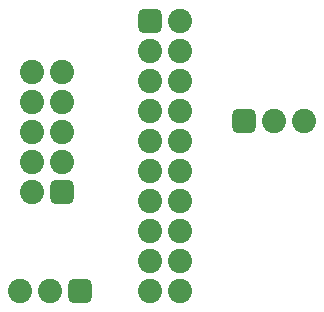
<source format=gbs>
G04*
G04 #@! TF.GenerationSoftware,Altium Limited,Altium Designer,19.0.15 (446)*
G04*
G04 Layer_Color=16711935*
%FSLAX44Y44*%
%MOMM*%
G71*
G01*
G75*
G04:AMPARAMS|DCode=14|XSize=2.05mm|YSize=2.05mm|CornerRadius=0.525mm|HoleSize=0mm|Usage=FLASHONLY|Rotation=180.000|XOffset=0mm|YOffset=0mm|HoleType=Round|Shape=RoundedRectangle|*
%AMROUNDEDRECTD14*
21,1,2.0500,1.0000,0,0,180.0*
21,1,1.0000,2.0500,0,0,180.0*
1,1,1.0500,-0.5000,0.5000*
1,1,1.0500,0.5000,0.5000*
1,1,1.0500,0.5000,-0.5000*
1,1,1.0500,-0.5000,-0.5000*
%
%ADD14ROUNDEDRECTD14*%
%ADD15C,2.0500*%
G04:AMPARAMS|DCode=16|XSize=2.05mm|YSize=2.05mm|CornerRadius=0.525mm|HoleSize=0mm|Usage=FLASHONLY|Rotation=270.000|XOffset=0mm|YOffset=0mm|HoleType=Round|Shape=RoundedRectangle|*
%AMROUNDEDRECTD16*
21,1,2.0500,1.0000,0,0,270.0*
21,1,1.0000,2.0500,0,0,270.0*
1,1,1.0500,-0.5000,-0.5000*
1,1,1.0500,-0.5000,0.5000*
1,1,1.0500,0.5000,0.5000*
1,1,1.0500,0.5000,-0.5000*
%
%ADD16ROUNDEDRECTD16*%
D14*
X115400Y45700D02*
D03*
X254600Y190000D02*
D03*
D15*
X90000Y45700D02*
D03*
X64600D02*
D03*
X280000Y190000D02*
D03*
X305400D02*
D03*
X200000Y274300D02*
D03*
X174600Y248900D02*
D03*
X200000D02*
D03*
X174600Y223500D02*
D03*
X200000D02*
D03*
X174600Y198100D02*
D03*
X200000D02*
D03*
X174600Y172700D02*
D03*
X200000D02*
D03*
X174600Y147300D02*
D03*
X200000D02*
D03*
X174600Y121900D02*
D03*
X200000D02*
D03*
X174600Y96500D02*
D03*
X200000D02*
D03*
X174600Y71100D02*
D03*
X200000D02*
D03*
X174600Y45700D02*
D03*
X200000D02*
D03*
X100000Y180000D02*
D03*
X74600Y154600D02*
D03*
X100000D02*
D03*
X74600Y129200D02*
D03*
Y180000D02*
D03*
X100000Y205400D02*
D03*
X74600D02*
D03*
X100000Y230800D02*
D03*
X74600D02*
D03*
D16*
X174600Y274300D02*
D03*
X100000Y129200D02*
D03*
M02*

</source>
